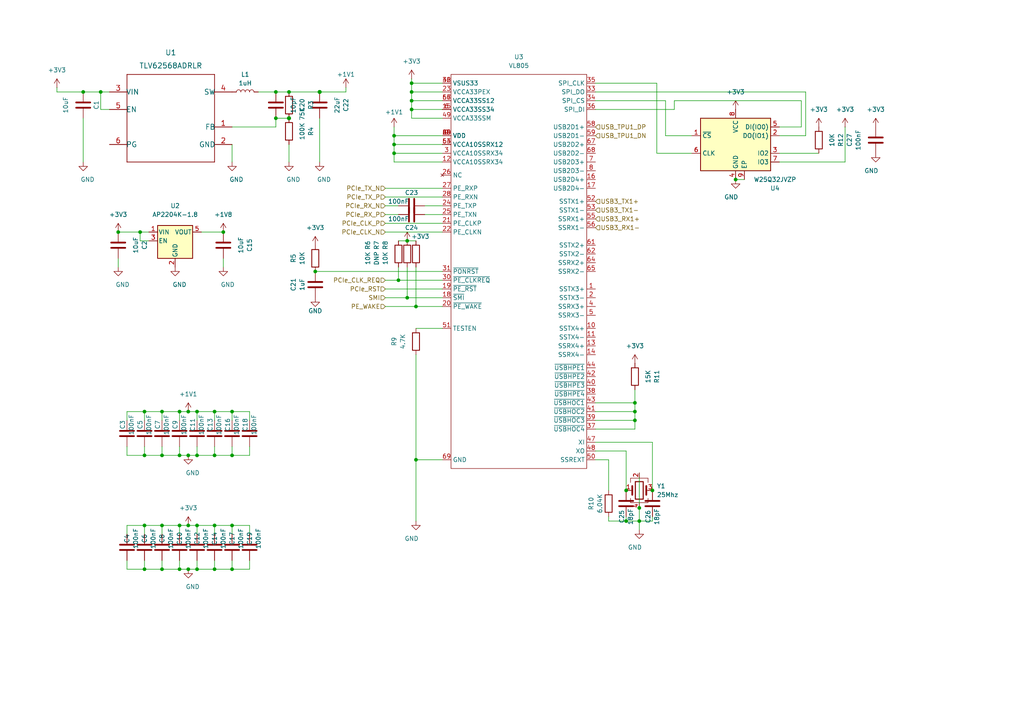
<source format=kicad_sch>
(kicad_sch (version 20250114) (generator "eeschema") (generator_version "9.0")
  (paper "A4")
  (lib_symbols
    (symbol "+3V3_1" (power) (pin_numbers (hide yes)) (pin_names (offset 0) (hide yes))
      (property "Value" "+3V3" (at 0 3.556 0))
      (symbol "+3V3_1_0_1"
        (polyline (pts (xy -0.762 1.27) (xy 0 2.54)))
        (polyline (pts (xy 0 2.54) (xy 0.762 1.27)))
        (polyline (pts (xy 0 0) (xy 0 2.54)))
      )
      (symbol "+3V3_1_1_1"
        (pin power_in line (at 0 0 90) (length 0) (name "~") (number "1"))
      )
    )
    (symbol "2021-10-17_21-20-06:TLV62568ADRLR" (pin_names (offset -0.254))
      (property "Reference" "U" (at 0 2.54 0))
      (property "Value" "TLV62568ADRLR" (at 0 0 0))
      (symbol "TLV62568ADRLR_1_1"
        (polyline (pts (xy -12.7 12.7) (xy -12.7 -12.7)) (stroke (width 0.2032)))
        (polyline (pts (xy -12.7 -12.7) (xy 12.7 -12.7)) (stroke (width 0.2032)))
        (polyline (pts (xy 12.7 12.7) (xy -12.7 12.7)) (stroke (width 0.2032)))
        (polyline (pts (xy 12.7 -12.7) (xy 12.7 12.7)) (stroke (width 0.2032)))
        (pin power_in line (at -17.78 7.62 0) (length 5.08) (name "VIN") (number "3"))
        (pin input line (at -17.78 2.54 0) (length 5.08) (name "EN") (number "5"))
        (pin open_collector line (at -17.78 -7.62 0) (length 5.08) (name "PG") (number "6"))
        (pin power_in line (at 17.78 7.62 180) (length 5.08) (name "SW") (number "4"))
        (pin input line (at 17.78 -2.54 180) (length 5.08) (name "FB") (number "1"))
        (pin power_in line (at 17.78 -7.62 180) (length 5.08) (name "GND") (number "2"))
      )
    )
    (symbol "ASM1042:VL805"
      (property "Reference" "U1" (at -0.635 45.72 0))
      (property "Value" "VL805" (at -0.635 43.18 0))
      (symbol "VL805_0_1"
        (rectangle (start -20.32 40.64) (end 19.05 -73.66) (stroke (width 0.1524)))
      )
      (symbol "VL805_1_1"
        (pin input line (at -22.86 38.1 0) (length 2.54) (name "VSUS33") (number "32"))
        (pin input line (at -22.86 38.1 0) (length 2.54) (name "VSUS33") (number "46"))
        (pin input line (at -22.86 35.56 0) (length 2.54) (name "VCCA33PEX") (number "23"))
        (pin input line (at -22.86 33.02 0) (length 2.54) (name "VCCA33SS12") (number "57"))
        (pin input line (at -22.86 33.02 0) (length 2.54) (name "VCCA33SS12") (number "66"))
        (pin input line (at -22.86 30.48 0) (length 2.54) (name "VCCA33SS34") (number "15"))
        (pin input line (at -22.86 30.48 0) (length 2.54) (name "VCCA33SS34") (number "6"))
        (pin input line (at -22.86 27.94 0) (length 2.54) (name "VCCA33SSM") (number "49"))
        (pin input line (at -22.86 22.86 0) (length 2.54) (name "VDD") (number "29"))
        (pin input line (at -22.86 22.86 0) (length 2.54) (name "VDD") (number "45"))
        (pin input line (at -22.86 22.86 0) (length 2.54) (name "VDD") (number "60"))
        (pin input line (at -22.86 22.86 0) (length 2.54) (name "VDD") (number "9"))
        (pin input line (at -22.86 20.32 0) (length 2.54) (name "VCCA10SSRX12") (number "54"))
        (pin input line (at -22.86 20.32 0) (length 2.54) (name "VCCA10SSRX12") (number "63"))
        (pin input line (at -22.86 17.78 0) (length 2.54) (name "VCCA10SSRX34") (number "3"))
        (pin input line (at -22.86 15.24 0) (length 2.54) (name "VCCA10SSRX34") (number "12"))
        (pin no_connect line (at -22.86 11.43 0) (length 2.54) (name "NC") (number "26"))
        (pin input line (at -22.86 7.62 0) (length 2.54) (name "PE_RXP") (number "27"))
        (pin input line (at -22.86 5.08 0) (length 2.54) (name "PE_RXN") (number "28"))
        (pin input line (at -22.86 2.54 0) (length 2.54) (name "PE_TXP") (number "24"))
        (pin input line (at -22.86 0 0) (length 2.54) (name "PE_TXN") (number "25"))
        (pin input line (at -22.86 -2.54 0) (length 2.54) (name "PE_CLKP") (number "21"))
        (pin input line (at -22.86 -5.08 0) (length 2.54) (name "PE_CLKN") (number "22"))
        (pin input line (at -22.86 -16.51 0) (length 2.54) (name "~{PONRST}") (number "31"))
        (pin input line (at -22.86 -19.05 0) (length 2.54) (name "~{PE_CLKREQ}") (number "30"))
        (pin input line (at -22.86 -21.59 0) (length 2.54) (name "~{PE_RST}") (number "19"))
        (pin input line (at -22.86 -24.13 0) (length 2.54) (name "~{SMI}") (number "18"))
        (pin input line (at -22.86 -26.67 0) (length 2.54) (name "~{PE_WAKE}") (number "20"))
        (pin input line (at -22.86 -33.02 0) (length 2.54) (name "TESTEN") (number "51"))
        (pin input line (at -22.86 -71.12 0) (length 2.54) (name "GND") (number "69"))
        (pin input line (at 21.59 38.1 180) (length 2.54) (name "SPI_CLK") (number "35"))
        (pin input line (at 21.59 35.56 180) (length 2.54) (name "SPI_DO") (number "33"))
        (pin input line (at 21.59 33.02 180) (length 2.54) (name "SPI_CS") (number "34"))
        (pin input line (at 21.59 30.48 180) (length 2.54) (name "SPI_DI") (number "36"))
        (pin input line (at 21.59 25.4 180) (length 2.54) (name "USB2D1+") (number "58"))
        (pin input line (at 21.59 22.86 180) (length 2.54) (name "USB2D1-") (number "59"))
        (pin input line (at 21.59 20.32 180) (length 2.54) (name "USB2D2+") (number "67"))
        (pin input line (at 21.59 17.78 180) (length 2.54) (name "USB2D2-") (number "68"))
        (pin input line (at 21.59 15.24 180) (length 2.54) (name "USB2D3+") (number "7"))
        (pin input line (at 21.59 12.7 180) (length 2.54) (name "USB2D3-") (number "8"))
        (pin input line (at 21.59 10.16 180) (length 2.54) (name "USB2D4+") (number "16"))
        (pin input line (at 21.59 7.62 180) (length 2.54) (name "USB2D4-") (number "17"))
        (pin input line (at 21.59 3.81 180) (length 2.54) (name "SSTX1+") (number "52"))
        (pin input line (at 21.59 1.27 180) (length 2.54) (name "SSTX1-") (number "53"))
        (pin input line (at 21.59 -1.27 180) (length 2.54) (name "SSRX1+") (number "55"))
        (pin input line (at 21.59 -3.81 180) (length 2.54) (name "SSRX1-") (number "56"))
        (pin input line (at 21.59 -8.89 180) (length 2.54) (name "SSTX2+") (number "61"))
        (pin input line (at 21.59 -11.43 180) (length 2.54) (name "SSTX2-") (number "62"))
        (pin input line (at 21.59 -13.97 180) (length 2.54) (name "SSRX2+") (number "64"))
        (pin input line (at 21.59 -16.51 180) (length 2.54) (name "SSRX2-") (number "65"))
        (pin input line (at 21.59 -21.59 180) (length 2.54) (name "SSTX3+") (number "1"))
        (pin input line (at 21.59 -24.13 180) (length 2.54) (name "SSTX3-") (number "2"))
        (pin input line (at 21.59 -26.67 180) (length 2.54) (name "SSRX3+") (number "4"))
        (pin input line (at 21.59 -29.21 180) (length 2.54) (name "SSRX3-") (number "5"))
        (pin input line (at 21.59 -33.02 180) (length 2.54) (name "SSTX4+") (number "10"))
        (pin input line (at 21.59 -35.56 180) (length 2.54) (name "SSTX4-") (number "11"))
        (pin input line (at 21.59 -38.1 180) (length 2.54) (name "SSRX4+") (number "13"))
        (pin input line (at 21.59 -40.64 180) (length 2.54) (name "SSRX4-") (number "14"))
        (pin input line (at 21.59 -44.45 180) (length 2.54) (name "~{USBHPE1}") (number "44"))
        (pin input line (at 21.59 -46.99 180) (length 2.54) (name "~{USBHPE2}") (number "42"))
        (pin input line (at 21.59 -49.53 180) (length 2.54) (name "~{USBHPE3}") (number "40"))
        (pin input line (at 21.59 -52.07 180) (length 2.54) (name "~{USBHPE4}") (number "38"))
        (pin input line (at 21.59 -54.61 180) (length 2.54) (name "~{USBHOC1}") (number "43"))
        (pin input line (at 21.59 -57.15 180) (length 2.54) (name "~{USBHOC2}") (number "41"))
        (pin input line (at 21.59 -59.69 180) (length 2.54) (name "~{USBHOC3}") (number "39"))
        (pin input line (at 21.59 -62.23 180) (length 2.54) (name "~{USBHOC4}") (number "37"))
        (pin input line (at 21.59 -66.04 180) (length 2.54) (name "XI") (number "47"))
        (pin input line (at 21.59 -68.58 180) (length 2.54) (name "XO") (number "48"))
        (pin input line (at 21.59 -71.12 180) (length 2.54) (name "SSREXT") (number "50"))
      )
    )
    (symbol "Device:C" (pin_numbers (hide yes)) (pin_names (offset 0.254))
      (property "Reference" "C" (at 0.635 2.54 0))
      (property "Value" "C" (at 0.635 -2.54 0))
      (symbol "C_0_1"
        (polyline (pts (xy -2.032 0.762) (xy 2.032 0.762)) (stroke (width 0.508)))
        (polyline (pts (xy -2.032 -0.762) (xy 2.032 -0.762)) (stroke (width 0.508)))
      )
      (symbol "C_1_1"
        (pin passive line (at 0 3.81 270) (length 2.794) (name "~") (number "1"))
        (pin passive line (at 0 -3.81 90) (length 2.794) (name "~") (number "2"))
      )
    )
    (symbol "Device:Crystal_GND24" (pin_names (offset 1.016) (hide yes))
      (property "Reference" "Y" (at 3.175 5.08 0))
      (property "Value" "Crystal_GND24" (at 3.175 3.175 0))
      (symbol "Crystal_GND24_0_1"
        (polyline (pts (xy -2.54 2.286) (xy -2.54 3.556) (xy 2.54 3.556) (xy 2.54 2.286)))
        (polyline (pts (xy -2.54 0) (xy -2.032 0)))
        (polyline (pts (xy -2.54 -2.286) (xy -2.54 -3.556) (xy 2.54 -3.556) (xy 2.54 -2.286)))
        (polyline (pts (xy -2.032 -1.27) (xy -2.032 1.27)) (stroke (width 0.508)))
        (rectangle (start -1.143 2.54) (end 1.143 -2.54) (stroke (width 0.3048)))
        (polyline (pts (xy 0 3.556) (xy 0 3.81)))
        (polyline (pts (xy 0 -3.81) (xy 0 -3.556)))
        (polyline (pts (xy 2.032 0) (xy 2.54 0)))
        (polyline (pts (xy 2.032 -1.27) (xy 2.032 1.27)) (stroke (width 0.508)))
      )
      (symbol "Crystal_GND24_1_1"
        (pin passive line (at -3.81 0 0) (length 1.27) (name "1") (number "1"))
        (pin passive line (at 0 5.08 270) (length 1.27) (name "2") (number "2"))
        (pin passive line (at 0 -5.08 90) (length 1.27) (name "4") (number "4"))
        (pin passive line (at 3.81 0 180) (length 1.27) (name "3") (number "3"))
      )
    )
    (symbol "Device:L" (pin_numbers (hide yes)) (pin_names (offset 1.016) (hide yes))
      (property "Reference" "L" (at -1.27 0 90))
      (property "Value" "L" (at 1.905 0 90))
      (symbol "L_0_1"
        (arc (start 0 2.54) (mid 0.6323 1.905) (end 0 1.27))
        (arc (start 0 1.27) (mid 0.6323 0.635) (end 0 0))
        (arc (start 0 0) (mid 0.6323 -0.635) (end 0 -1.27))
        (arc (start 0 -1.27) (mid 0.6323 -1.905) (end 0 -2.54))
      )
      (symbol "L_1_1"
        (pin passive line (at 0 3.81 270) (length 1.27) (name "1") (number "1"))
        (pin passive line (at 0 -3.81 90) (length 1.27) (name "2") (number "2"))
      )
    )
    (symbol "Device:R" (pin_numbers (hide yes)) (pin_names (offset 0))
      (property "Reference" "R" (at 2.032 0 90))
      (property "Value" "R" (at 0 0 90))
      (symbol "R_0_1"
        (rectangle (start -1.016 -2.54) (end 1.016 2.54) (stroke (width 0.254)))
      )
      (symbol "R_1_1"
        (pin passive line (at 0 3.81 270) (length 1.27) (name "~") (number "1"))
        (pin passive line (at 0 -3.81 90) (length 1.27) (name "~") (number "2"))
      )
    )
    (symbol "Memory_Flash:W25Q32JVZP"
      (property "Reference" "U" (at -8.89 8.89 0))
      (property "Value" "W25Q32JVZP" (at 7.62 8.89 0))
      (symbol "W25Q32JVZP_0_1"
        (rectangle (start -10.16 7.62) (end 10.16 -7.62) (stroke (width 0.254)) (fill (type background)))
      )
      (symbol "W25Q32JVZP_1_1"
        (pin input line (at -12.7 2.54 0) (length 2.54) (name "~{CS}") (number "1"))
        (pin input line (at -12.7 -2.54 0) (length 2.54) (name "CLK") (number "6"))
        (pin power_in line (at 0 10.16 270) (length 2.54) (name "VCC") (number "8"))
        (pin power_in line (at 0 -10.16 90) (length 2.54) (name "GND") (number "4"))
        (pin passive line (at 2.54 -10.16 90) (length 2.54) (name "EP") (number "9"))
        (pin bidirectional line (at 12.7 5.08 180) (length 2.54) (name "DI(IO0)") (number "5"))
        (pin bidirectional line (at 12.7 2.54 180) (length 2.54) (name "DO(IO1)") (number "2"))
        (pin bidirectional line (at 12.7 -2.54 180) (length 2.54) (name "IO2") (number "3"))
        (pin bidirectional line (at 12.7 -5.08 180) (length 2.54) (name "IO3") (number "7"))
      )
    )
    (symbol "Regulator_Linear:AP2204K-1.8" (pin_names (offset 0.254))
      (property "Reference" "U" (at -5.08 5.715 0))
      (property "Value" "AP2204K-1.8" (at 0 5.715 0))
      (symbol "AP2204K-1.8_0_1"
        (rectangle (start -5.08 4.445) (end 5.08 -5.08) (stroke (width 0.254)) (fill (type background)))
      )
      (symbol "AP2204K-1.8_1_1"
        (pin power_in line (at -7.62 2.54 0) (length 2.54) (name "VIN") (number "1"))
        (pin input line (at -7.62 0 0) (length 2.54) (name "EN") (number "3"))
        (pin power_in line (at 0 -7.62 90) (length 2.54) (name "GND") (number "2"))
        (pin no_connect line (at 5.08 0 180) (length 2.54) (hide yes) (name "NC") (number "4"))
        (pin power_out line (at 7.62 2.54 180) (length 2.54) (name "VOUT") (number "5"))
      )
    )
    (symbol "power:+1V1" (power) (pin_names (offset 0))
      (property "Value" "+1V1" (at 0 3.556 0))
      (symbol "+1V1_0_1"
        (polyline (pts (xy -0.762 1.27) (xy 0 2.54)))
        (polyline (pts (xy 0 2.54) (xy 0.762 1.27)))
        (polyline (pts (xy 0 0) (xy 0 2.54)))
      )
      (symbol "+1V1_1_1"
        (pin power_in line (at 0 0 90) (length 0) (hide yes) (name "+1V1") (number "1"))
      )
    )
    (symbol "power:+1V8" (power) (pin_names (offset 0))
      (property "Value" "+1V8" (at 0 3.556 0))
      (symbol "+1V8_0_1"
        (polyline (pts (xy -0.762 1.27) (xy 0 2.54)))
        (polyline (pts (xy 0 2.54) (xy 0.762 1.27)))
        (polyline (pts (xy 0 0) (xy 0 2.54)))
      )
      (symbol "+1V8_1_1"
        (pin power_in line (at 0 0 90) (length 0) (hide yes) (name "+1V8") (number "1"))
      )
    )
    (symbol "power:GND" (power) (pin_names (offset 0))
      (property "Value" "GND" (at 0 -3.81 0))
      (symbol "GND_0_1"
        (polyline (pts (xy 0 0) (xy 0 -1.27) (xy 1.27 -1.27) (xy 0 -2.54) (xy -1.27 -1.27) (xy 0 -1.27)))
      )
      (symbol "GND_1_1"
        (pin power_in line (at 0 0 270) (length 0) (hide yes) (name "GND") (number "1"))
      )
    )
  )
  (junction (at 184.15 121.92))
  (junction (at 62.23 132.08))
  (junction (at 41.91 132.08))
  (junction (at 118.11 69.85))
  (junction (at 24.13 26.67))
  (junction (at 119.38 29.21))
  (junction (at 62.23 152.4))
  (junction (at 41.91 119.38))
  (junction (at 29.21 26.67))
  (junction (at 189.23 142.24))
  (junction (at 80.01 34.29))
  (junction (at 80.01 26.67))
  (junction (at 67.31 165.1))
  (junction (at 54.61 132.08))
  (junction (at 114.3 41.91))
  (junction (at 46.99 152.4))
  (junction (at 181.61 151.13))
  (junction (at 118.11 86.36))
  (junction (at 184.15 119.38))
  (junction (at 57.15 132.08))
  (junction (at 181.61 142.24))
  (junction (at 62.23 119.38))
  (junction (at 57.15 152.4))
  (junction (at 119.38 24.13))
  (junction (at 54.61 165.1))
  (junction (at 62.23 165.1))
  (junction (at 114.3 44.45))
  (junction (at 185.42 147.32))
  (junction (at 34.29 67.31))
  (junction (at 120.65 133.35))
  (junction (at 40.64 67.31))
  (junction (at 185.42 151.13))
  (junction (at 83.82 26.67))
  (junction (at 46.99 119.38))
  (junction (at 119.38 31.75))
  (junction (at 57.15 165.1))
  (junction (at 92.71 26.67) (diameter 1.016))
  (junction (at 41.91 152.4))
  (junction (at 52.07 152.4))
  (junction (at 57.15 119.38))
  (junction (at 67.31 132.08))
  (junction (at 52.07 165.1))
  (junction (at 91.44 78.74))
  (junction (at 83.82 34.29) (diameter 1.016))
  (junction (at 120.65 88.9))
  (junction (at 119.38 26.67))
  (junction (at 213.36 52.07))
  (junction (at 115.57 81.28))
  (junction (at 67.31 119.38))
  (junction (at 46.99 165.1))
  (junction (at 41.91 165.1))
  (junction (at 114.3 39.37))
  (junction (at 46.99 132.08))
  (junction (at 54.61 119.38))
  (junction (at 184.15 116.84))
  (junction (at 67.31 152.4))
  (junction (at 64.77 67.31))
  (junction (at 52.07 132.08))
  (junction (at 52.07 119.38))
  (junction (at 54.61 152.4))
  (wire (pts (xy 111.76 86.36) (xy 118.11 86.36)))
  (wire (pts (xy 62.23 129.54) (xy 62.23 132.08)))
  (wire (pts (xy 34.29 67.31) (xy 40.64 67.31)))
  (wire (pts (xy 58.42 67.31) (xy 64.77 67.31)))
  (wire (pts (xy 115.57 77.47) (xy 115.57 81.28)))
  (wire (pts (xy 36.83 119.38) (xy 41.91 119.38)))
  (wire (pts (xy 72.39 119.38) (xy 72.39 121.92)))
  (wire (pts (xy 24.13 34.29) (xy 24.13 46.99)))
  (wire (pts (xy 62.23 162.56) (xy 62.23 165.1)))
  (wire (pts (xy 46.99 119.38) (xy 52.07 119.38)))
  (wire (pts (xy 120.65 77.47) (xy 120.65 88.9)))
  (wire (pts (xy 115.57 69.85) (xy 118.11 69.85)))
  (wire (pts (xy 67.31 129.54) (xy 67.31 132.08)))
  (wire (pts (xy 40.64 67.31) (xy 43.18 67.31)))
  (wire (pts (xy 185.42 151.13) (xy 189.23 151.13)))
  (wire (pts (xy 189.23 128.27) (xy 189.23 142.24)))
  (wire (pts (xy 233.68 39.37) (xy 226.06 39.37)))
  (wire (pts (xy 52.07 165.1) (xy 54.61 165.1)))
  (wire (pts (xy 181.61 130.81) (xy 181.61 142.24)))
  (wire (pts (xy 172.72 128.27) (xy 189.23 128.27)))
  (wire (pts (xy 120.65 133.35) (xy 120.65 151.13)))
  (wire (pts (xy 62.23 152.4) (xy 67.31 152.4)))
  (wire (pts (xy 43.18 69.85) (xy 40.64 69.85)))
  (wire (pts (xy 193.04 39.37) (xy 200.66 39.37)))
  (wire (pts (xy 41.91 129.54) (xy 41.91 132.08)))
  (wire (pts (xy 119.38 26.67) (xy 128.27 26.67)))
  (wire (pts (xy 120.65 95.25) (xy 128.27 95.25)))
  (wire (pts (xy 36.83 129.54) (xy 36.83 132.08)))
  (wire (pts (xy 92.71 34.29) (xy 92.71 46.99)))
  (wire (pts (xy 67.31 119.38) (xy 72.39 119.38)))
  (wire (pts (xy 213.36 52.07) (xy 215.9 52.07)))
  (wire (pts (xy 172.72 124.46) (xy 184.15 124.46)))
  (wire (pts (xy 111.76 54.61) (xy 128.27 54.61)))
  (wire (pts (xy 67.31 162.56) (xy 67.31 165.1)))
  (wire (pts (xy 67.31 152.4) (xy 72.39 152.4)))
  (wire (pts (xy 57.15 132.08) (xy 62.23 132.08)))
  (wire (pts (xy 111.76 59.69) (xy 115.57 59.69)))
  (wire (pts (xy 233.68 26.67) (xy 233.68 39.37)))
  (wire (pts (xy 114.3 36.83) (xy 114.3 39.37)))
  (wire (pts (xy 245.11 46.99) (xy 245.11 36.83)))
  (wire (pts (xy 123.19 59.69) (xy 128.27 59.69)))
  (wire (pts (xy 111.76 62.23) (xy 115.57 62.23)))
  (wire (pts (xy 128.27 34.29) (xy 119.38 34.29)))
  (wire (pts (xy 119.38 31.75) (xy 128.27 31.75)))
  (wire (pts (xy 111.76 83.82) (xy 128.27 83.82)))
  (wire (pts (xy 111.76 88.9) (xy 120.65 88.9)))
  (wire (pts (xy 92.71 26.67) (xy 100.33 26.67)))
  (wire (pts (xy 111.76 67.31) (xy 128.27 67.31)))
  (wire (pts (xy 67.31 152.4) (xy 67.31 154.94)))
  (wire (pts (xy 62.23 119.38) (xy 67.31 119.38)))
  (wire (pts (xy 41.91 119.38) (xy 46.99 119.38)))
  (wire (pts (xy 54.61 165.1) (xy 57.15 165.1)))
  (wire (pts (xy 172.72 133.35) (xy 176.53 133.35)))
  (wire (pts (xy 16.51 26.67) (xy 24.13 26.67)))
  (wire (pts (xy 41.91 119.38) (xy 41.91 121.92)))
  (wire (pts (xy 91.44 78.74) (xy 128.27 78.74)))
  (wire (pts (xy 176.53 151.13) (xy 181.61 151.13)))
  (wire (pts (xy 62.23 119.38) (xy 62.23 121.92)))
  (wire (pts (xy 54.61 152.4) (xy 57.15 152.4)))
  (wire (pts (xy 195.58 31.75) (xy 195.58 29.21)))
  (wire (pts (xy 29.21 26.67) (xy 31.75 26.67)))
  (wire (pts (xy 172.72 26.67) (xy 233.68 26.67)))
  (wire (pts (xy 172.72 116.84) (xy 184.15 116.84)))
  (wire (pts (xy 114.3 39.37) (xy 114.3 41.91)))
  (wire (pts (xy 57.15 129.54) (xy 57.15 132.08)))
  (wire (pts (xy 52.07 162.56) (xy 52.07 165.1)))
  (wire (pts (xy 181.61 149.86) (xy 181.61 151.13)))
  (wire (pts (xy 40.64 69.85) (xy 40.64 67.31)))
  (wire (pts (xy 36.83 121.92) (xy 36.83 119.38)))
  (wire (pts (xy 111.76 81.28) (xy 115.57 81.28)))
  (wire (pts (xy 52.07 119.38) (xy 52.07 121.92)))
  (wire (pts (xy 172.72 119.38) (xy 184.15 119.38)))
  (wire (pts (xy 119.38 24.13) (xy 119.38 22.86)))
  (wire (pts (xy 36.83 162.56) (xy 36.83 165.1)))
  (wire (pts (xy 184.15 119.38) (xy 184.15 116.84)))
  (wire (pts (xy 36.83 154.94) (xy 36.83 152.4)))
  (wire (pts (xy 83.82 41.91) (xy 83.82 46.99)))
  (wire (pts (xy 114.3 41.91) (xy 128.27 41.91)))
  (wire (pts (xy 226.06 46.99) (xy 245.11 46.99)))
  (wire (pts (xy 176.53 133.35) (xy 176.53 142.24)))
  (wire (pts (xy 115.57 81.28) (xy 128.27 81.28)))
  (wire (pts (xy 57.15 119.38) (xy 57.15 121.92)))
  (wire (pts (xy 72.39 162.56) (xy 72.39 165.1)))
  (wire (pts (xy 46.99 152.4) (xy 46.99 154.94)))
  (wire (pts (xy 80.01 34.29) (xy 83.82 34.29)))
  (wire (pts (xy 114.3 44.45) (xy 128.27 44.45)))
  (wire (pts (xy 72.39 152.4) (xy 72.39 154.94)))
  (wire (pts (xy 16.51 25.4) (xy 16.51 26.67)))
  (wire (pts (xy 172.72 29.21) (xy 193.04 29.21)))
  (wire (pts (xy 128.27 133.35) (xy 120.65 133.35)))
  (wire (pts (xy 74.93 26.67) (xy 80.01 26.67)))
  (wire (pts (xy 185.42 147.32) (xy 185.42 151.13)))
  (wire (pts (xy 67.31 119.38) (xy 67.31 121.92)))
  (wire (pts (xy 72.39 132.08) (xy 72.39 129.54)))
  (wire (pts (xy 54.61 119.38) (xy 57.15 119.38)))
  (wire (pts (xy 67.31 165.1) (xy 72.39 165.1)))
  (wire (pts (xy 62.23 165.1) (xy 67.31 165.1)))
  (wire (pts (xy 46.99 132.08) (xy 52.07 132.08)))
  (wire (pts (xy 57.15 165.1) (xy 62.23 165.1)))
  (wire (pts (xy 118.11 77.47) (xy 118.11 86.36)))
  (wire (pts (xy 24.13 26.67) (xy 29.21 26.67)))
  (wire (pts (xy 41.91 154.94) (xy 41.91 152.4)))
  (wire (pts (xy 67.31 132.08) (xy 72.39 132.08)))
  (wire (pts (xy 52.07 152.4) (xy 52.07 154.94)))
  (wire (pts (xy 181.61 151.13) (xy 185.42 151.13)))
  (wire (pts (xy 52.07 129.54) (xy 52.07 132.08)))
  (wire (pts (xy 184.15 124.46) (xy 184.15 121.92)))
  (wire (pts (xy 111.76 57.15) (xy 128.27 57.15)))
  (wire (pts (xy 29.21 31.75) (xy 29.21 26.67)))
  (wire (pts (xy 46.99 119.38) (xy 46.99 121.92)))
  (wire (pts (xy 41.91 165.1) (xy 46.99 165.1)))
  (wire (pts (xy 184.15 116.84) (xy 184.15 113.03)))
  (wire (pts (xy 36.83 132.08) (xy 41.91 132.08)))
  (wire (pts (xy 83.82 26.67) (xy 92.71 26.67)))
  (wire (pts (xy 120.65 102.87) (xy 120.65 133.35)))
  (wire (pts (xy 172.72 24.13) (xy 190.5 24.13)))
  (wire (pts (xy 190.5 44.45) (xy 200.66 44.45)))
  (wire (pts (xy 114.3 39.37) (xy 128.27 39.37)))
  (wire (pts (xy 36.83 152.4) (xy 41.91 152.4)))
  (wire (pts (xy 123.19 62.23) (xy 128.27 62.23)))
  (wire (pts (xy 46.99 129.54) (xy 46.99 132.08)))
  (wire (pts (xy 195.58 29.21) (xy 232.41 29.21)))
  (wire (pts (xy 232.41 29.21) (xy 232.41 36.83)))
  (wire (pts (xy 226.06 44.45) (xy 237.49 44.45)))
  (wire (pts (xy 46.99 152.4) (xy 52.07 152.4)))
  (wire (pts (xy 119.38 29.21) (xy 119.38 26.67)))
  (wire (pts (xy 57.15 119.38) (xy 62.23 119.38)))
  (wire (pts (xy 172.72 121.92) (xy 184.15 121.92)))
  (wire (pts (xy 185.42 137.16) (xy 185.42 147.32)))
  (wire (pts (xy 67.31 36.83) (xy 80.01 36.83)))
  (wire (pts (xy 57.15 152.4) (xy 57.15 154.94)))
  (wire (pts (xy 52.07 152.4) (xy 54.61 152.4)))
  (wire (pts (xy 52.07 132.08) (xy 54.61 132.08)))
  (wire (pts (xy 189.23 151.13) (xy 189.23 149.86)))
  (wire (pts (xy 172.72 31.75) (xy 195.58 31.75)))
  (wire (pts (xy 57.15 152.4) (xy 62.23 152.4)))
  (wire (pts (xy 120.65 88.9) (xy 128.27 88.9)))
  (wire (pts (xy 62.23 132.08) (xy 67.31 132.08)))
  (wire (pts (xy 119.38 29.21) (xy 128.27 29.21)))
  (wire (pts (xy 119.38 34.29) (xy 119.38 31.75)))
  (wire (pts (xy 46.99 162.56) (xy 46.99 165.1)))
  (wire (pts (xy 185.42 151.13) (xy 185.42 153.67)))
  (wire (pts (xy 64.77 74.93) (xy 64.77 77.47)))
  (wire (pts (xy 41.91 162.56) (xy 41.91 165.1)))
  (wire (pts (xy 100.33 25.4) (xy 100.33 26.67)))
  (wire (pts (xy 193.04 29.21) (xy 193.04 39.37)))
  (wire (pts (xy 176.53 149.86) (xy 176.53 151.13)))
  (wire (pts (xy 31.75 31.75) (xy 29.21 31.75)))
  (wire (pts (xy 67.31 41.91) (xy 67.31 46.99)))
  (wire (pts (xy 62.23 152.4) (xy 62.23 154.94)))
  (wire (pts (xy 128.27 46.99) (xy 114.3 46.99)))
  (wire (pts (xy 46.99 165.1) (xy 52.07 165.1)))
  (wire (pts (xy 119.38 26.67) (xy 119.38 24.13)))
  (wire (pts (xy 190.5 24.13) (xy 190.5 44.45)))
  (wire (pts (xy 118.11 86.36) (xy 128.27 86.36)))
  (wire (pts (xy 184.15 121.92) (xy 184.15 119.38)))
  (wire (pts (xy 114.3 41.91) (xy 114.3 44.45)))
  (wire (pts (xy 57.15 162.56) (xy 57.15 165.1)))
  (wire (pts (xy 80.01 26.67) (xy 83.82 26.67)))
  (wire (pts (xy 41.91 132.08) (xy 46.99 132.08)))
  (wire (pts (xy 119.38 24.13) (xy 128.27 24.13)))
  (wire (pts (xy 232.41 36.83) (xy 226.06 36.83)))
  (wire (pts (xy 36.83 165.1) (xy 41.91 165.1)))
  (wire (pts (xy 172.72 130.81) (xy 181.61 130.81)))
  (wire (pts (xy 118.11 69.85) (xy 120.65 69.85)))
  (wire (pts (xy 111.76 64.77) (xy 128.27 64.77)))
  (wire (pts (xy 54.61 132.08) (xy 57.15 132.08)))
  (wire (pts (xy 114.3 44.45) (xy 114.3 46.99)))
  (wire (pts (xy 41.91 152.4) (xy 46.99 152.4)))
  (wire (pts (xy 119.38 31.75) (xy 119.38 29.21)))
  (wire (pts (xy 34.29 74.93) (xy 34.29 77.47)))
  (wire (pts (xy 80.01 36.83) (xy 80.01 34.29)))
  (wire (pts (xy 52.07 119.38) (xy 54.61 119.38)))
  (hierarchical_label "USB3_TX1+" (shape input) (at 172.72 58.42 0))
  (hierarchical_label "USB_TPU1_DP" (shape input) (at 172.72 36.83 0))
  (hierarchical_label "PCIe_RST" (shape input) (at 111.76 83.82 180))
  (hierarchical_label "PCIe_CLK_N" (shape input) (at 111.76 67.31 180))
  (hierarchical_label "PCIe_TX_P" (shape input) (at 111.76 57.15 180))
  (hierarchical_label "PCIe_RX_N" (shape input) (at 111.76 59.69 180))
  (hierarchical_label "PCIe_CLK_P" (shape input) (at 111.76 64.77 180))
  (hierarchical_label "USB_TPU1_DN" (shape input) (at 172.72 39.37 0))
  (hierarchical_label "PCIe_TX_N" (shape input) (at 111.76 54.61 180))
  (hierarchical_label "USB3_RX1+" (shape input) (at 172.72 63.5 0))
  (hierarchical_label "SMI" (shape input) (at 111.76 86.36 180))
  (hierarchical_label "PE_WAKE" (shape input) (at 111.76 88.9 180))
  (hierarchical_label "USB3_RX1-" (shape input) (at 172.72 66.04 0))
  (hierarchical_label "PCIe_CLK_REQ" (shape input) (at 111.76 81.28 180))
  (hierarchical_label "USB3_TX1-" (shape input) (at 172.72 60.96 0))
  (hierarchical_label "PCIe_RX_P" (shape input) (at 111.76 62.23 180))
  (symbol (lib_id "Device:R") (at 91.44 74.93 180) (unit 1)
    (property "Reference" "R5" (at 85.09 74.93 90))
    (property "Value" "10K" (at 87.63 74.93 90))
    (property "Footprint" "Resistor_SMD:R_0402_1005Metric" (effects (hide yes)))
  )
  (symbol (lib_name "+3V3_1") (lib_id "power:+3V3") (at 213.36 31.75 0) (mirror y) (unit 1)
    (property "Reference" "#PWR034" (effects (hide yes)))
    (property "Value" "+3V3" (at 213.36 26.67 0))
    (property "Description" "Power symbol creates a global label with name \"+3V3\"" (effects (hide yes)))
  )
  (symbol (lib_id "Memory_Flash:W25Q32JVZP") (at 213.36 41.91 0) (unit 1)
    (property "Reference" "U4" (at 224.79 54.61 0))
    (property "Value" "W25Q32JVZP" (at 224.79 52.07 0))
    (property "Footprint" "Package_DFN_QFN:DFN-8-1EP_3x2mm_P0.5mm_EP1.36x1.46mm" (effects (hide yes)))
    (property "Datasheet" "http://www.winbond.com/resource-files/w25q32jv%20revg%2003272018%20plus.pdf" (effects (hide yes)))
  )
  (symbol (lib_id "Device:R") (at 120.65 73.66 180) (unit 1)
    (property "Reference" "R8" (at 111.76 71.12 90))
    (property "Value" "10K" (at 111.76 74.93 90))
    (property "Footprint" "Resistor_SMD:R_0402_1005Metric" (effects (hide yes)))
  )
  (symbol (lib_id "Device:C") (at 52.07 125.73 180) (unit 1)
    (property "Reference" "C9" (at 50.8 123.19 90))
    (property "Value" "100nF" (at 53.34 123.19 90))
    (property "Footprint" "Capacitor_SMD:C_0402_1005Metric" (effects (hide yes)))
  )
  (symbol (lib_id "power:GND") (at 64.77 77.47 0) (unit 1)
    (property "Reference" "#PWR021" (effects (hide yes)))
    (property "Value" "GND" (at 66.04 82.55 0))
  )
  (symbol (lib_id "power:GND") (at 120.65 151.13 0) (mirror y) (unit 1)
    (property "Reference" "#PWR031" (effects (hide yes)))
    (property "Value" "GND" (at 119.38 156.21 0))
  )
  (symbol (lib_id "Device:C") (at 67.31 158.75 180) (unit 1)
    (property "Reference" "C17" (at 67.31 156.21 90))
    (property "Value" "100nF" (at 69.85 156.21 90))
    (property "Footprint" "Capacitor_SMD:C_0402_1005Metric" (effects (hide yes)))
  )
  (symbol (lib_id "Device:C") (at 62.23 125.73 180) (unit 1)
    (property "Reference" "C13" (at 60.96 123.19 90))
    (property "Value" "100nF" (at 63.5 123.19 90))
    (property "Footprint" "Capacitor_SMD:C_0402_1005Metric" (effects (hide yes)))
  )
  (symbol (lib_id "Device:C") (at 64.77 71.12 0) (unit 1)
    (property "Reference" "C15" (at 72.39 71.12 90))
    (property "Value" "10uF" (at 69.85 71.12 90))
    (property "Footprint" "Capacitor_SMD:C_0402_1005Metric" (effects (hide yes)))
  )
  (symbol (lib_id "Device:C") (at 36.83 158.75 180) (unit 1)
    (property "Reference" "C4" (at 36.83 156.21 90))
    (property "Value" "100nF" (at 39.37 156.21 90))
    (property "Footprint" "Capacitor_SMD:C_0402_1005Metric" (effects (hide yes)))
  )
  (symbol (lib_id "Device:C") (at 57.15 158.75 180) (unit 1)
    (property "Reference" "C12" (at 57.15 156.21 90))
    (property "Value" "100nF" (at 59.69 156.21 90))
    (property "Footprint" "Capacitor_SMD:C_0402_1005Metric" (effects (hide yes)))
  )
  (symbol (lib_name "+3V3_1") (lib_id "power:+3V3") (at 34.29 67.31 0) (mirror y) (unit 1)
    (property "Reference" "#PWR013" (effects (hide yes)))
    (property "Value" "+3V3" (at 34.29 62.23 0))
    (property "Description" "Power symbol creates a global label with name \"+3V3\"" (effects (hide yes)))
  )
  (symbol (lib_id "Device:Crystal_GND24") (at 185.42 142.24 0) (unit 1)
    (property "Reference" "Y1" (at 190.5 140.97 0) (effects (justify left)))
    (property "Value" "25Mhz" (at 190.5 143.51 0) (effects (justify left)))
    (property "Footprint" "Crystal:Crystal_SMD_3225-4Pin_3.2x2.5mm" (effects (hide yes)))
  )
  (symbol (lib_id "Device:C") (at 254 40.64 180) (unit 1)
    (property "Reference" "C27" (at 246.38 40.64 90))
    (property "Value" "100nF" (at 248.92 40.64 90))
    (property "Footprint" "Capacitor_SMD:C_0402_1005Metric" (effects (hide yes)))
  )
  (symbol (lib_id "Device:C") (at 62.23 158.75 180) (unit 1)
    (property "Reference" "C14" (at 62.23 156.21 90))
    (property "Value" "100nF" (at 64.77 156.21 90))
    (property "Footprint" "Capacitor_SMD:C_0402_1005Metric" (effects (hide yes)))
  )
  (symbol (lib_name "+3V3_1") (lib_id "power:+3V3") (at 54.61 152.4 0) (mirror y) (unit 1)
    (property "Reference" "#PWR018" (effects (hide yes)))
    (property "Value" "+3V3" (at 54.61 147.32 0))
    (property "Description" "Power symbol creates a global label with name \"+3V3\"" (effects (hide yes)))
  )
  (symbol (lib_id "Device:C") (at 41.91 158.75 180) (unit 1)
    (property "Reference" "C6" (at 41.91 156.21 90))
    (property "Value" "100nF" (at 44.45 156.21 90))
    (property "Footprint" "Capacitor_SMD:C_0402_1005Metric" (effects (hide yes)))
  )
  (symbol (lib_id "Device:R") (at 120.65 99.06 180) (unit 1)
    (property "Reference" "R9" (at 114.3 99.06 90))
    (property "Value" "4.7K" (at 116.84 99.06 90))
    (property "Footprint" "Resistor_SMD:R_0402_1005Metric" (effects (hide yes)))
  )
  (symbol (lib_id "Device:L") (at 71.12 26.67 90) (unit 1)
    (property "Reference" "L1" (at 71.12 21.59 90))
    (property "Value" "1uH" (at 71.12 24.13 90))
    (property "Footprint" "Inductor_SMD:L_Vishay_IHLP-1212" (effects (hide yes)))
  )
  (symbol (lib_id "Device:C") (at 119.38 59.69 90) (unit 1)
    (property "Reference" "C23" (at 119.38 55.88 90))
    (property "Value" "100nF" (at 115.57 58.42 90))
    (property "Footprint" "Capacitor_SMD:C_0402_1005Metric" (effects (hide yes)))
  )
  (symbol (lib_name "+3V3_1") (lib_id "power:+3V3") (at 119.38 22.86 0) (mirror y) (unit 1)
    (property "Reference" "#PWR030" (effects (hide yes)))
    (property "Value" "+3V3" (at 119.38 17.78 0))
    (property "Description" "Power symbol creates a global label with name \"+3V3\"" (effects (hide yes)))
  )
  (symbol (lib_name "+3V3_1") (lib_id "power:+3V3") (at 254 36.83 0) (mirror y) (unit 1)
    (property "Reference" "#PWR038" (effects (hide yes)))
    (property "Value" "+3V3" (at 254 31.75 0))
    (property "Description" "Power symbol creates a global label with name \"+3V3\"" (effects (hide yes)))
  )
  (symbol (lib_id "power:GND") (at 83.82 46.99 0) (unit 1)
    (property "Reference" "#PWR023" (effects (hide yes)))
    (property "Value" "GND" (at 85.09 52.07 0))
  )
  (symbol (lib_id "power:GND") (at 54.61 165.1 0) (unit 1)
    (property "Reference" "#PWR019" (effects (hide yes)))
    (property "Value" "GND" (at 55.88 170.18 0))
  )
  (symbol (lib_id "power:GND") (at 185.42 153.67 0) (mirror y) (unit 1)
    (property "Reference" "#PWR033" (effects (hide yes)))
    (property "Value" "GND" (at 184.15 158.75 0))
  )
  (symbol (lib_name "+3V3_1") (lib_id "power:+3V3") (at 237.49 36.83 0) (mirror y) (unit 1)
    (property "Reference" "#PWR036" (effects (hide yes)))
    (property "Value" "+3V3" (at 237.49 31.75 0))
    (property "Description" "Power symbol creates a global label with name \"+3V3\"" (effects (hide yes)))
  )
  (symbol (lib_id "Device:C") (at 67.31 125.73 180) (unit 1)
    (property "Reference" "C16" (at 66.04 123.19 90))
    (property "Value" "100nF" (at 68.58 123.19 90))
    (property "Footprint" "Capacitor_SMD:C_0402_1005Metric" (effects (hide yes)))
  )
  (symbol (lib_name "+3V3_1") (lib_id "power:+3V3") (at 245.11 36.83 0) (mirror y) (unit 1)
    (property "Reference" "#PWR037" (effects (hide yes)))
    (property "Value" "+3V3" (at 245.11 31.75 0))
    (property "Description" "Power symbol creates a global label with name \"+3V3\"" (effects (hide yes)))
  )
  (symbol (lib_name "+3V3_1") (lib_id "power:+3V3") (at 184.15 105.41 0) (mirror y) (unit 1)
    (property "Reference" "#PWR032" (effects (hide yes)))
    (property "Value" "+3V3" (at 184.15 100.33 0))
    (property "Description" "Power symbol creates a global label with name \"+3V3\"" (effects (hide yes)))
  )
  (symbol (lib_id "power:GND") (at 34.29 77.47 0) (unit 1)
    (property "Reference" "#PWR014" (effects (hide yes)))
    (property "Value" "GND" (at 35.56 82.55 0))
  )
  (symbol (lib_id "power:GND") (at 254 44.45 0) (mirror y) (unit 1)
    (property "Reference" "#PWR039" (effects (hide yes)))
    (property "Value" "GND" (at 252.73 49.53 0))
  )
  (symbol (lib_id "power:+1V1") (at 100.33 25.4 0) (unit 1)
    (property "Reference" "#PWR027" (effects (hide yes)))
    (property "Value" "+1V1" (at 100.33 21.59 0))
  )
  (symbol (lib_id "power:+1V1") (at 114.3 36.83 0) (unit 1)
    (property "Reference" "#PWR028" (effects (hide yes)))
    (property "Value" "+1V1" (at 114.3 32.512 0))
  )
  (symbol (lib_id "Device:R") (at 83.82 30.48 0) (unit 1)
    (property "Reference" "R3" (at 90.17 30.48 90))
    (property "Value" "75K" (at 87.63 33.02 90))
    (property "Footprint" "Resistor_SMD:R_0402_1005Metric" (effects (hide yes)))
  )
  (symbol (lib_id "power:GND") (at 54.61 132.08 0) (unit 1)
    (property "Reference" "#PWR017" (effects (hide yes)))
    (property "Value" "GND" (at 55.88 137.16 0))
  )
  (symbol (lib_id "Device:C") (at 72.39 125.73 180) (unit 1)
    (property "Reference" "C18" (at 71.12 123.19 90))
    (property "Value" "100nF" (at 73.66 123.19 90))
    (property "Footprint" "Capacitor_SMD:C_0402_1005Metric" (effects (hide yes)))
  )
  (symbol (lib_id "Device:R") (at 184.15 109.22 0) (mirror x) (unit 1)
    (property "Reference" "R11" (at 190.5 109.22 90))
    (property "Value" "15K" (at 187.96 109.22 90))
    (property "Footprint" "Resistor_SMD:R_0402_1005Metric" (effects (hide yes)))
  )
  (symbol (lib_id "Device:C") (at 189.23 146.05 180) (unit 1)
    (property "Reference" "C26" (at 187.96 149.86 90))
    (property "Value" "18pF" (at 190.5 149.86 90))
    (property "Footprint" "Capacitor_SMD:C_0402_1005Metric" (effects (hide yes)))
  )
  (symbol (lib_id "2021-10-17_21-20-06:TLV62568ADRLR") (at 49.53 34.29 0) (unit 1)
    (property "Reference" "U1" (at 49.53 15.24 0) (effects (font (size 1.524 1.524))))
    (property "Value" "TLV62568ADRLR" (at 49.53 19.05 0) (effects (font (size 1.524 1.524))))
    (property "Footprint" "Package_TO_SOT_SMD:SOT-563" (effects (hide yes)))
  )
  (symbol (lib_name "+3V3_1") (lib_id "power:+3V3") (at 91.44 71.12 0) (mirror y) (unit 1)
    (property "Reference" "#PWR024" (effects (hide yes)))
    (property "Value" "+3V3" (at 91.44 66.04 0))
    (property "Description" "Power symbol creates a global label with name \"+3V3\"" (effects (hide yes)))
  )
  (symbol (lib_id "power:GND") (at 50.8 77.47 0) (unit 1)
    (property "Reference" "#PWR015" (effects (hide yes)))
    (property "Value" "GND" (at 52.07 82.55 0))
  )
  (symbol (lib_id "Device:C") (at 181.61 146.05 180) (unit 1)
    (property "Reference" "C25" (at 180.34 149.86 90))
    (property "Value" "18pF" (at 182.88 149.86 90))
    (property "Footprint" "Capacitor_SMD:C_0402_1005Metric" (effects (hide yes)))
  )
  (symbol (lib_id "Device:C") (at 92.71 30.48 0) (unit 1)
    (property "Reference" "C22" (at 100.33 30.48 90))
    (property "Value" "22uF" (at 97.79 30.48 90))
    (property "Footprint" "Capacitor_SMD:C_0603_1608Metric" (effects (hide yes)))
  )
  (symbol (lib_id "power:+1V1") (at 54.61 119.38 0) (unit 1)
    (property "Reference" "#PWR016" (effects (hide yes)))
    (property "Value" "+1V1" (at 54.61 114.3 0))
  )
  (symbol (lib_id "Device:C") (at 57.15 125.73 180) (unit 1)
    (property "Reference" "C11" (at 55.88 123.19 90))
    (property "Value" "100nF" (at 58.42 123.19 90))
    (property "Footprint" "Capacitor_SMD:C_0402_1005Metric" (effects (hide yes)))
  )
  (symbol (lib_name "+3V3_1") (lib_id "power:+3V3") (at 16.51 25.4 0) (mirror y) (unit 1)
    (property "Reference" "#PWR011" (effects (hide yes)))
    (property "Value" "+3V3" (at 16.51 20.32 0))
    (property "Description" "Power symbol creates a global label with name \"+3V3\"" (effects (hide yes)))
  )
  (symbol (lib_id "ASM1042:VL805") (at 151.13 62.23 0) (unit 1)
    (property "Reference" "U3" (at 150.495 16.51 0))
    (property "Value" "VL805" (at 150.495 19.05 0))
    (property "Footprint" "Package_DFN_QFN:QFN-68-1EP_8x8mm_P0.4mm_EP5.2x5.2mm" (effects (hide yes)))
  )
  (symbol (lib_id "Device:C") (at 36.83 125.73 180) (unit 1)
    (property "Reference" "C3" (at 35.56 123.19 90))
    (property "Value" "100nF" (at 38.1 123.19 90))
    (property "Footprint" "Capacitor_SMD:C_0402_1005Metric" (effects (hide yes)))
  )
  (symbol (lib_id "Device:C") (at 41.91 125.73 180) (unit 1)
    (property "Reference" "C5" (at 40.64 123.19 90))
    (property "Value" "100nF" (at 43.18 123.19 90))
    (property "Footprint" "Capacitor_SMD:C_0402_1005Metric" (effects (hide yes)))
  )
  (symbol (lib_id "Device:C") (at 24.13 30.48 180) (unit 1)
    (property "Reference" "C1" (at 27.94 30.48 90))
    (property "Value" "10uF" (at 19.05 30.48 90))
    (property "Footprint" "Capacitor_SMD:C_0603_1608Metric" (effects (hide yes)))
  )
  (symbol (lib_id "Device:C") (at 34.29 71.12 0) (unit 1)
    (property "Reference" "C2" (at 41.91 71.12 90))
    (property "Value" "10uF" (at 39.37 71.12 90))
    (property "Footprint" "Capacitor_SMD:C_0402_1005Metric" (effects (hide yes)))
  )
  (symbol (lib_id "power:GND") (at 92.71 46.99 0) (unit 1)
    (property "Reference" "#PWR026" (effects (hide yes)))
    (property "Value" "GND" (at 93.98 52.07 0))
  )
  (symbol (lib_id "power:GND") (at 24.13 46.99 0) (unit 1)
    (property "Reference" "#PWR012" (effects (hide yes)))
    (property "Value" "GND" (at 25.4 52.07 0))
  )
  (symbol (lib_id "Device:R") (at 118.11 73.66 180) (unit 1)
    (property "Reference" "R7" (at 109.22 71.12 90))
    (property "Value" "DNP" (at 109.22 74.93 90))
    (property "Footprint" "Resistor_SMD:R_0402_1005Metric" (effects (hide yes)))
  )
  (symbol (lib_id "power:GND") (at 213.36 52.07 0) (mirror y) (unit 1)
    (property "Reference" "#PWR035" (effects (hide yes)))
    (property "Value" "GND" (at 212.09 57.15 0))
  )
  (symbol (lib_id "Device:C") (at 46.99 125.73 180) (unit 1)
    (property "Reference" "C7" (at 45.72 123.19 90))
    (property "Value" "100nF" (at 48.26 123.19 90))
    (property "Footprint" "Capacitor_SMD:C_0402_1005Metric" (effects (hide yes)))
  )
  (symbol (lib_id "Device:R") (at 83.82 38.1 0) (unit 1)
    (property "Reference" "R4" (at 90.17 38.1 90))
    (property "Value" "100K" (at 87.63 38.1 90))
    (property "Footprint" "Resistor_SMD:R_0402_1005Metric" (effects (hide yes)))
  )
  (symbol (lib_id "Device:R") (at 176.53 146.05 180) (unit 1)
    (property "Reference" "R10" (at 171.45 146.05 90))
    (property "Value" "6.04K" (at 173.99 146.05 90))
    (property "Footprint" "Resistor_SMD:R_0402_1005Metric" (effects (hide yes)))
  )
  (symbol (lib_id "power:GND") (at 67.31 46.99 0) (unit 1)
    (property "Reference" "#PWR022" (effects (hide yes)))
    (property "Value" "GND" (at 68.58 52.07 0))
  )
  (symbol (lib_id "Device:C") (at 72.39 158.75 180) (unit 1)
    (property "Reference" "C19" (at 72.39 156.21 90))
    (property "Value" "100nF" (at 74.93 156.21 90))
    (property "Footprint" "Capacitor_SMD:C_0402_1005Metric" (effects (hide yes)))
  )
  (symbol (lib_id "Device:C") (at 80.01 30.48 0) (unit 1)
    (property "Reference" "C20" (at 87.63 30.48 90))
    (property "Value" "10pF" (at 85.09 30.48 90))
    (property "Footprint" "Capacitor_SMD:C_0402_1005Metric" (effects (hide yes)))
  )
  (symbol (lib_id "Regulator_Linear:AP2204K-1.8") (at 50.8 69.85 0) (unit 1)
    (property "Reference" "U2" (at 50.8 59.69 0))
    (property "Value" "AP2204K-1.8" (at 50.8 62.23 0))
    (property "Footprint" "Package_TO_SOT_SMD:SOT-23-5" (effects (hide yes)))
    (property "Datasheet" "https://www.diodes.com/assets/Datasheets/AP2204.pdf" (effects (hide yes)))
  )
  (symbol (lib_id "Device:C") (at 46.99 158.75 180) (unit 1)
    (property "Reference" "C8" (at 46.99 156.21 90))
    (property "Value" "100nF" (at 49.53 156.21 90))
    (property "Footprint" "Capacitor_SMD:C_0402_1005Metric" (effects (hide yes)))
  )
  (symbol (lib_id "Device:R") (at 115.57 73.66 180) (unit 1)
    (property "Reference" "R6" (at 106.68 71.12 90))
    (property "Value" "10K" (at 106.68 74.93 90))
    (property "Footprint" "Resistor_SMD:R_0402_1005Metric" (effects (hide yes)))
  )
  (symbol (lib_id "power:+1V8") (at 64.77 67.31 0) (unit 1)
    (property "Reference" "#PWR020" (effects (hide yes)))
    (property "Value" "+1V8" (at 64.77 62.23 0))
  )
  (symbol (lib_id "power:GND") (at 91.44 86.36 0) (mirror y) (unit 1)
    (property "Reference" "#PWR025" (effects (hide yes)))
    (property "Value" "GND" (at 91.44 90.17 0))
  )
  (symbol (lib_id "Device:C") (at 52.07 158.75 180) (unit 1)
    (property "Reference" "C10" (at 52.07 156.21 90))
    (property "Value" "100nF" (at 54.61 156.21 90))
    (property "Footprint" "Capacitor_SMD:C_0402_1005Metric" (effects (hide yes)))
  )
  (symbol (lib_name "+3V3_1") (lib_id "power:+3V3") (at 118.11 69.85 0) (mirror y) (unit 1)
    (property "Reference" "#PWR029" (effects (hide yes)))
    (property "Value" "+3V3" (at 121.92 68.58 0))
    (property "Description" "Power symbol creates a global label with name \"+3V3\"" (effects (hide yes)))
  )
  (symbol (lib_id "Device:C") (at 119.38 62.23 90) (unit 1)
    (property "Reference" "C24" (at 119.38 66.04 90))
    (property "Value" "100nF" (at 115.57 63.5 90))
    (property "Footprint" "Capacitor_SMD:C_0402_1005Metric" (effects (hide yes)))
  )
  (symbol (lib_id "Device:C") (at 91.44 82.55 180) (unit 1)
    (property "Reference" "C21" (at 85.09 82.55 90))
    (property "Value" "1uF" (at 87.63 82.55 90))
    (property "Footprint" "Capacitor_SMD:C_0402_1005Metric" (effects (hide yes)))
  )
  (symbol (lib_id "Device:R") (at 237.49 40.64 0) (unit 1)
    (property "Reference" "R12" (at 243.84 40.64 90))
    (property "Value" "10K" (at 241.3 40.64 90))
    (property "Footprint" "Resistor_SMD:R_0402_1005Metric" (effects (hide yes)))
  )
)
</source>
